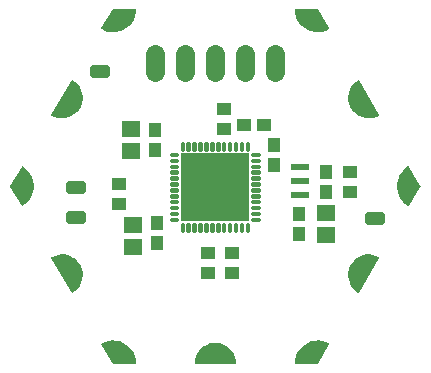
<source format=gbr>
G04 EAGLE Gerber RS-274X export*
G75*
%MOMM*%
%FSLAX34Y34*%
%LPD*%
%INSoldermask Bottom*%
%IPPOS*%
%AMOC8*
5,1,8,0,0,1.08239X$1,22.5*%
G01*
%ADD10R,1.101600X1.201600*%
%ADD11R,1.601600X1.401600*%
%ADD12R,1.201600X1.101600*%
%ADD13C,0.225016*%
%ADD14R,5.801588X5.801588*%
%ADD15R,1.501597X0.501600*%
%ADD16C,0.605878*%
%ADD17C,1.101600*%
%ADD18C,1.625600*%

G36*
X363739Y196217D02*
X363739Y196217D01*
X363768Y196214D01*
X363835Y196236D01*
X363905Y196250D01*
X363929Y196267D01*
X363957Y196276D01*
X364010Y196323D01*
X364069Y196363D01*
X364085Y196387D01*
X364107Y196407D01*
X364138Y196471D01*
X364176Y196530D01*
X364181Y196559D01*
X364193Y196585D01*
X364202Y196685D01*
X364209Y196727D01*
X364206Y196737D01*
X364208Y196751D01*
X363976Y199549D01*
X363966Y199583D01*
X363962Y199631D01*
X363273Y202352D01*
X363258Y202384D01*
X363246Y202430D01*
X362118Y205002D01*
X362098Y205030D01*
X362079Y205074D01*
X360543Y207425D01*
X360519Y207449D01*
X360493Y207490D01*
X358591Y209555D01*
X358563Y209576D01*
X358530Y209611D01*
X356315Y211336D01*
X356284Y211351D01*
X356246Y211381D01*
X353776Y212717D01*
X353743Y212727D01*
X353701Y212750D01*
X352515Y213158D01*
X351061Y213657D01*
X351045Y213662D01*
X351011Y213667D01*
X350965Y213682D01*
X348196Y214144D01*
X348161Y214143D01*
X348114Y214151D01*
X345306Y214151D01*
X345272Y214144D01*
X345224Y214144D01*
X342455Y213682D01*
X342422Y213670D01*
X342375Y213662D01*
X339719Y212750D01*
X339689Y212733D01*
X339644Y212717D01*
X337174Y211381D01*
X337148Y211359D01*
X337105Y211336D01*
X334890Y209611D01*
X334867Y209585D01*
X334829Y209555D01*
X332927Y207490D01*
X332909Y207460D01*
X332877Y207425D01*
X331341Y205074D01*
X331328Y205042D01*
X331302Y205002D01*
X330174Y202430D01*
X330167Y202397D01*
X330164Y202390D01*
X330158Y202381D01*
X330157Y202375D01*
X330147Y202352D01*
X329458Y199631D01*
X329456Y199596D01*
X329444Y199549D01*
X329212Y196751D01*
X329216Y196722D01*
X329211Y196693D01*
X329228Y196624D01*
X329236Y196554D01*
X329250Y196528D01*
X329257Y196500D01*
X329299Y196443D01*
X329334Y196381D01*
X329358Y196363D01*
X329375Y196340D01*
X329436Y196304D01*
X329493Y196261D01*
X329521Y196253D01*
X329546Y196238D01*
X329644Y196222D01*
X329685Y196211D01*
X329696Y196213D01*
X329710Y196211D01*
X363710Y196211D01*
X363739Y196217D01*
G37*
G36*
X225317Y256520D02*
X225317Y256520D01*
X225388Y256517D01*
X225415Y256527D01*
X225444Y256529D01*
X225534Y256571D01*
X225574Y256586D01*
X225582Y256594D01*
X225595Y256600D01*
X227898Y258199D01*
X227922Y258225D01*
X227962Y258252D01*
X229971Y260209D01*
X229990Y260238D01*
X230025Y260271D01*
X231684Y262532D01*
X231699Y262563D01*
X231728Y262602D01*
X232992Y265105D01*
X233001Y265139D01*
X233023Y265182D01*
X233859Y267859D01*
X233862Y267893D01*
X233877Y267939D01*
X234260Y270718D01*
X234258Y270752D01*
X234264Y270800D01*
X234185Y273603D01*
X234177Y273637D01*
X234176Y273685D01*
X233637Y276437D01*
X233623Y276469D01*
X233614Y276517D01*
X232629Y279142D01*
X232614Y279167D01*
X232609Y279187D01*
X232601Y279198D01*
X232594Y279217D01*
X231190Y281645D01*
X231167Y281671D01*
X231143Y281713D01*
X229359Y283876D01*
X229332Y283898D01*
X229301Y283935D01*
X227185Y285776D01*
X227155Y285793D01*
X227119Y285825D01*
X224728Y287292D01*
X224696Y287303D01*
X224655Y287329D01*
X222056Y288382D01*
X222022Y288389D01*
X221977Y288407D01*
X219240Y289018D01*
X219205Y289019D01*
X219158Y289030D01*
X216358Y289182D01*
X216324Y289177D01*
X216276Y289180D01*
X213488Y288870D01*
X213455Y288859D01*
X213407Y288854D01*
X210709Y288089D01*
X210679Y288073D01*
X210632Y288060D01*
X208097Y286861D01*
X208073Y286844D01*
X208046Y286834D01*
X207994Y286785D01*
X207937Y286742D01*
X207923Y286717D01*
X207902Y286697D01*
X207873Y286632D01*
X207837Y286571D01*
X207834Y286542D01*
X207822Y286515D01*
X207821Y286444D01*
X207812Y286373D01*
X207820Y286345D01*
X207820Y286316D01*
X207854Y286223D01*
X207866Y286182D01*
X207873Y286173D01*
X207878Y286160D01*
X224878Y256760D01*
X224897Y256738D01*
X224910Y256712D01*
X224963Y256664D01*
X225010Y256611D01*
X225036Y256599D01*
X225058Y256579D01*
X225125Y256556D01*
X225189Y256526D01*
X225218Y256524D01*
X225246Y256515D01*
X225317Y256520D01*
G37*
G36*
X477096Y404243D02*
X477096Y404243D01*
X477144Y404240D01*
X479932Y404550D01*
X479965Y404561D01*
X480013Y404566D01*
X482711Y405331D01*
X482741Y405347D01*
X482788Y405360D01*
X485323Y406559D01*
X485347Y406576D01*
X485374Y406586D01*
X485426Y406635D01*
X485483Y406678D01*
X485497Y406703D01*
X485519Y406723D01*
X485547Y406788D01*
X485583Y406850D01*
X485586Y406878D01*
X485598Y406905D01*
X485599Y406976D01*
X485608Y407047D01*
X485600Y407075D01*
X485600Y407104D01*
X485566Y407197D01*
X485554Y407238D01*
X485547Y407247D01*
X485542Y407260D01*
X468542Y436660D01*
X468523Y436682D01*
X468510Y436708D01*
X468457Y436756D01*
X468410Y436809D01*
X468384Y436821D01*
X468362Y436841D01*
X468295Y436864D01*
X468231Y436894D01*
X468202Y436896D01*
X468174Y436905D01*
X468103Y436900D01*
X468032Y436903D01*
X468005Y436893D01*
X467976Y436891D01*
X467886Y436849D01*
X467846Y436834D01*
X467838Y436826D01*
X467825Y436820D01*
X465522Y435221D01*
X465498Y435196D01*
X465458Y435168D01*
X463449Y433211D01*
X463430Y433182D01*
X463395Y433149D01*
X461736Y430888D01*
X461721Y430857D01*
X461692Y430818D01*
X460428Y428315D01*
X460419Y428281D01*
X460397Y428238D01*
X459561Y425561D01*
X459558Y425527D01*
X459543Y425481D01*
X459160Y422702D01*
X459162Y422668D01*
X459156Y422620D01*
X459235Y419817D01*
X459243Y419783D01*
X459244Y419735D01*
X459783Y416983D01*
X459797Y416951D01*
X459806Y416903D01*
X460791Y414278D01*
X460809Y414248D01*
X460826Y414203D01*
X462230Y411775D01*
X462253Y411749D01*
X462277Y411708D01*
X464061Y409544D01*
X464088Y409522D01*
X464119Y409485D01*
X466235Y407644D01*
X466265Y407627D01*
X466301Y407596D01*
X468692Y406128D01*
X468724Y406117D01*
X468765Y406091D01*
X471364Y405038D01*
X471398Y405031D01*
X471443Y405013D01*
X474180Y404402D01*
X474215Y404401D01*
X474262Y404390D01*
X477062Y404238D01*
X477096Y404243D01*
G37*
G36*
X468136Y256521D02*
X468136Y256521D01*
X468207Y256520D01*
X468234Y256531D01*
X468263Y256535D01*
X468325Y256569D01*
X468390Y256597D01*
X468411Y256618D01*
X468436Y256632D01*
X468499Y256708D01*
X468529Y256739D01*
X468533Y256749D01*
X468542Y256760D01*
X485542Y286160D01*
X485551Y286188D01*
X485568Y286212D01*
X485583Y286281D01*
X485605Y286349D01*
X485603Y286378D01*
X485609Y286406D01*
X485596Y286476D01*
X485590Y286547D01*
X485577Y286573D01*
X485571Y286601D01*
X485531Y286660D01*
X485499Y286723D01*
X485476Y286742D01*
X485460Y286766D01*
X485378Y286823D01*
X485345Y286850D01*
X485335Y286853D01*
X485323Y286861D01*
X482788Y288060D01*
X482754Y288068D01*
X482711Y288089D01*
X480013Y288854D01*
X479978Y288856D01*
X479932Y288870D01*
X477144Y289180D01*
X477110Y289177D01*
X477062Y289182D01*
X474262Y289030D01*
X474228Y289021D01*
X474180Y289018D01*
X471443Y288407D01*
X471411Y288393D01*
X471364Y288382D01*
X468765Y287329D01*
X468736Y287310D01*
X468692Y287292D01*
X466301Y285825D01*
X466276Y285801D01*
X466235Y285776D01*
X464119Y283935D01*
X464098Y283908D01*
X464061Y283876D01*
X462277Y281713D01*
X462261Y281682D01*
X462230Y281645D01*
X460826Y279217D01*
X460815Y279184D01*
X460808Y279171D01*
X460798Y279157D01*
X460798Y279154D01*
X460791Y279142D01*
X459806Y276517D01*
X459800Y276482D01*
X459783Y276437D01*
X459244Y273685D01*
X459244Y273651D01*
X459235Y273603D01*
X459156Y270800D01*
X459162Y270766D01*
X459160Y270718D01*
X459543Y267939D01*
X459555Y267907D01*
X459561Y267859D01*
X460397Y265182D01*
X460414Y265151D01*
X460428Y265105D01*
X461692Y262602D01*
X461714Y262575D01*
X461736Y262532D01*
X463395Y260271D01*
X463421Y260248D01*
X463449Y260209D01*
X465458Y258252D01*
X465487Y258233D01*
X465522Y258199D01*
X467825Y256600D01*
X467852Y256588D01*
X467875Y256570D01*
X467943Y256549D01*
X468008Y256521D01*
X468037Y256521D01*
X468065Y256513D01*
X468136Y256521D01*
G37*
G36*
X219158Y404390D02*
X219158Y404390D01*
X219192Y404399D01*
X219240Y404402D01*
X221977Y405013D01*
X222009Y405027D01*
X222056Y405038D01*
X224655Y406091D01*
X224684Y406110D01*
X224728Y406128D01*
X227119Y407596D01*
X227144Y407619D01*
X227185Y407644D01*
X229301Y409485D01*
X229322Y409512D01*
X229359Y409544D01*
X231143Y411708D01*
X231159Y411738D01*
X231190Y411775D01*
X232594Y414203D01*
X232605Y414236D01*
X232629Y414278D01*
X233614Y416903D01*
X233620Y416938D01*
X233637Y416983D01*
X234176Y419735D01*
X234176Y419770D01*
X234185Y419817D01*
X234264Y422620D01*
X234259Y422654D01*
X234260Y422702D01*
X233877Y425481D01*
X233865Y425513D01*
X233859Y425561D01*
X233023Y428238D01*
X233006Y428269D01*
X232992Y428315D01*
X231728Y430818D01*
X231706Y430845D01*
X231684Y430888D01*
X230025Y433149D01*
X229999Y433172D01*
X229971Y433211D01*
X227962Y435168D01*
X227933Y435187D01*
X227898Y435221D01*
X225595Y436820D01*
X225568Y436832D01*
X225545Y436850D01*
X225477Y436871D01*
X225412Y436899D01*
X225383Y436899D01*
X225355Y436907D01*
X225284Y436899D01*
X225213Y436900D01*
X225186Y436889D01*
X225157Y436885D01*
X225095Y436851D01*
X225030Y436823D01*
X225009Y436802D01*
X224984Y436788D01*
X224921Y436712D01*
X224891Y436681D01*
X224887Y436671D01*
X224878Y436660D01*
X207878Y407260D01*
X207869Y407232D01*
X207852Y407208D01*
X207837Y407139D01*
X207815Y407071D01*
X207817Y407042D01*
X207811Y407014D01*
X207824Y406944D01*
X207830Y406873D01*
X207843Y406847D01*
X207849Y406819D01*
X207889Y406760D01*
X207921Y406697D01*
X207944Y406678D01*
X207960Y406654D01*
X208042Y406597D01*
X208075Y406570D01*
X208085Y406567D01*
X208097Y406559D01*
X210632Y405360D01*
X210666Y405352D01*
X210709Y405331D01*
X213407Y404566D01*
X213442Y404564D01*
X213488Y404550D01*
X216276Y404240D01*
X216310Y404243D01*
X216358Y404238D01*
X219158Y404390D01*
G37*
G36*
X510437Y329721D02*
X510437Y329721D01*
X510508Y329721D01*
X510535Y329732D01*
X510564Y329735D01*
X510626Y329770D01*
X510691Y329798D01*
X510712Y329818D01*
X510737Y329833D01*
X510800Y329910D01*
X510830Y329940D01*
X510834Y329950D01*
X510843Y329961D01*
X520343Y346461D01*
X520353Y346493D01*
X520362Y346506D01*
X520366Y346530D01*
X520367Y346534D01*
X520398Y346604D01*
X520398Y346628D01*
X520406Y346650D01*
X520400Y346726D01*
X520401Y346803D01*
X520391Y346827D01*
X520390Y346848D01*
X520369Y346887D01*
X520343Y346959D01*
X510843Y363459D01*
X510824Y363481D01*
X510811Y363507D01*
X510758Y363555D01*
X510711Y363608D01*
X510685Y363621D01*
X510664Y363640D01*
X510596Y363663D01*
X510532Y363694D01*
X510503Y363696D01*
X510476Y363705D01*
X510404Y363700D01*
X510333Y363703D01*
X510306Y363693D01*
X510277Y363691D01*
X510187Y363649D01*
X510147Y363634D01*
X510139Y363627D01*
X510126Y363621D01*
X507603Y361879D01*
X507579Y361855D01*
X507541Y361828D01*
X505329Y359704D01*
X505310Y359676D01*
X505276Y359644D01*
X503434Y357193D01*
X503420Y357162D01*
X503391Y357125D01*
X501966Y354410D01*
X501957Y354379D01*
X501941Y354354D01*
X501940Y354346D01*
X501935Y354336D01*
X500964Y351428D01*
X500960Y351394D01*
X500945Y351350D01*
X500453Y348323D01*
X500454Y348289D01*
X500446Y348243D01*
X500446Y345177D01*
X500447Y345173D01*
X500447Y345171D01*
X500453Y345144D01*
X500453Y345097D01*
X500945Y342070D01*
X500957Y342039D01*
X500964Y341992D01*
X501935Y339084D01*
X501952Y339055D01*
X501966Y339010D01*
X503391Y336295D01*
X503413Y336269D01*
X503434Y336227D01*
X505276Y333776D01*
X505301Y333753D01*
X505329Y333716D01*
X507541Y331592D01*
X507569Y331574D01*
X507603Y331541D01*
X510126Y329799D01*
X510153Y329788D01*
X510175Y329769D01*
X510244Y329749D01*
X510309Y329721D01*
X510338Y329721D01*
X510366Y329713D01*
X510437Y329721D01*
G37*
G36*
X183016Y329720D02*
X183016Y329720D01*
X183087Y329717D01*
X183114Y329727D01*
X183143Y329729D01*
X183233Y329771D01*
X183273Y329786D01*
X183281Y329793D01*
X183294Y329799D01*
X185817Y331541D01*
X185841Y331565D01*
X185879Y331592D01*
X188091Y333716D01*
X188110Y333744D01*
X188144Y333776D01*
X189986Y336227D01*
X190000Y336258D01*
X190029Y336295D01*
X191454Y339010D01*
X191463Y339043D01*
X191485Y339084D01*
X192456Y341992D01*
X192460Y342026D01*
X192475Y342070D01*
X192967Y345097D01*
X192966Y345131D01*
X192974Y345177D01*
X192974Y348243D01*
X192967Y348276D01*
X192967Y348323D01*
X192475Y351350D01*
X192463Y351381D01*
X192456Y351428D01*
X191485Y354336D01*
X191472Y354359D01*
X191466Y354384D01*
X191459Y354393D01*
X191454Y354410D01*
X190029Y357125D01*
X190007Y357151D01*
X189986Y357193D01*
X188144Y359644D01*
X188119Y359667D01*
X188091Y359704D01*
X185879Y361828D01*
X185851Y361846D01*
X185817Y361879D01*
X183294Y363621D01*
X183267Y363632D01*
X183245Y363651D01*
X183176Y363671D01*
X183111Y363699D01*
X183082Y363699D01*
X183054Y363707D01*
X182983Y363699D01*
X182912Y363700D01*
X182885Y363688D01*
X182856Y363685D01*
X182794Y363650D01*
X182729Y363622D01*
X182708Y363602D01*
X182683Y363587D01*
X182620Y363510D01*
X182590Y363480D01*
X182586Y363470D01*
X182577Y363459D01*
X173077Y346959D01*
X173053Y346886D01*
X173022Y346816D01*
X173022Y346792D01*
X173014Y346770D01*
X173021Y346694D01*
X173020Y346617D01*
X173029Y346593D01*
X173030Y346572D01*
X173051Y346533D01*
X173070Y346481D01*
X173071Y346475D01*
X173073Y346473D01*
X173077Y346461D01*
X182577Y329961D01*
X182596Y329939D01*
X182609Y329913D01*
X182662Y329865D01*
X182709Y329812D01*
X182735Y329799D01*
X182757Y329780D01*
X182824Y329757D01*
X182888Y329726D01*
X182917Y329725D01*
X182944Y329715D01*
X183016Y329720D01*
G37*
G36*
X433386Y196226D02*
X433386Y196226D01*
X433464Y196235D01*
X433483Y196246D01*
X433505Y196250D01*
X433569Y196294D01*
X433637Y196333D01*
X433653Y196352D01*
X433669Y196363D01*
X433693Y196401D01*
X433743Y196461D01*
X443243Y212961D01*
X443252Y212988D01*
X443268Y213012D01*
X443283Y213082D01*
X443306Y213150D01*
X443303Y213178D01*
X443309Y213206D01*
X443296Y213277D01*
X443290Y213348D01*
X443277Y213373D01*
X443271Y213401D01*
X443231Y213461D01*
X443198Y213524D01*
X443176Y213542D01*
X443160Y213566D01*
X443077Y213624D01*
X443045Y213651D01*
X443034Y213654D01*
X443024Y213661D01*
X440258Y214970D01*
X440225Y214978D01*
X440182Y214998D01*
X437242Y215846D01*
X437208Y215849D01*
X437164Y215862D01*
X434126Y216227D01*
X434092Y216224D01*
X434045Y216230D01*
X430988Y216103D01*
X430955Y216095D01*
X430908Y216094D01*
X427911Y215478D01*
X427880Y215465D01*
X427834Y215456D01*
X424974Y214367D01*
X424946Y214349D01*
X424902Y214333D01*
X422254Y212799D01*
X422228Y212777D01*
X422188Y212754D01*
X419820Y210816D01*
X419798Y210789D01*
X419762Y210760D01*
X417735Y208467D01*
X417719Y208438D01*
X417687Y208403D01*
X416055Y205815D01*
X416043Y205783D01*
X416018Y205744D01*
X414822Y202927D01*
X414815Y202894D01*
X414812Y202887D01*
X414808Y202881D01*
X414807Y202875D01*
X414796Y202851D01*
X414068Y199879D01*
X414066Y199845D01*
X414055Y199800D01*
X413812Y196750D01*
X413816Y196721D01*
X413811Y196693D01*
X413828Y196624D01*
X413836Y196552D01*
X413851Y196528D01*
X413857Y196500D01*
X413900Y196442D01*
X413936Y196380D01*
X413958Y196363D01*
X413975Y196340D01*
X414037Y196303D01*
X414094Y196260D01*
X414122Y196253D01*
X414146Y196238D01*
X414246Y196222D01*
X414287Y196211D01*
X414297Y196213D01*
X414310Y196211D01*
X433310Y196211D01*
X433386Y196226D01*
G37*
G36*
X434079Y477195D02*
X434079Y477195D01*
X434126Y477193D01*
X437164Y477558D01*
X437196Y477569D01*
X437242Y477574D01*
X440182Y478422D01*
X440212Y478438D01*
X440258Y478450D01*
X443024Y479759D01*
X443046Y479776D01*
X443073Y479786D01*
X443125Y479835D01*
X443183Y479878D01*
X443197Y479903D01*
X443218Y479922D01*
X443247Y479988D01*
X443283Y480050D01*
X443286Y480078D01*
X443298Y480104D01*
X443299Y480176D01*
X443308Y480247D01*
X443300Y480274D01*
X443301Y480303D01*
X443265Y480398D01*
X443254Y480438D01*
X443247Y480447D01*
X443243Y480459D01*
X433743Y496959D01*
X433691Y497018D01*
X433645Y497080D01*
X433626Y497091D01*
X433611Y497108D01*
X433541Y497142D01*
X433474Y497182D01*
X433450Y497186D01*
X433432Y497194D01*
X433387Y497196D01*
X433310Y497209D01*
X414310Y497209D01*
X414282Y497204D01*
X414254Y497206D01*
X414186Y497184D01*
X414115Y497170D01*
X414092Y497154D01*
X414065Y497145D01*
X414010Y497098D01*
X413951Y497057D01*
X413936Y497033D01*
X413915Y497015D01*
X413883Y496950D01*
X413844Y496890D01*
X413839Y496862D01*
X413827Y496836D01*
X413818Y496735D01*
X413811Y496693D01*
X413813Y496683D01*
X413812Y496670D01*
X414055Y493620D01*
X414064Y493588D01*
X414068Y493541D01*
X414796Y490569D01*
X414811Y490538D01*
X414822Y490493D01*
X416018Y487676D01*
X416037Y487648D01*
X416055Y487605D01*
X417687Y485017D01*
X417711Y484993D01*
X417735Y484953D01*
X419762Y482660D01*
X419789Y482640D01*
X419820Y482604D01*
X422188Y480666D01*
X422218Y480650D01*
X422254Y480621D01*
X424902Y479088D01*
X424934Y479077D01*
X424974Y479053D01*
X427834Y477965D01*
X427867Y477959D01*
X427911Y477942D01*
X430908Y477326D01*
X430942Y477326D01*
X430988Y477317D01*
X434045Y477190D01*
X434079Y477195D01*
G37*
G36*
X279138Y196216D02*
X279138Y196216D01*
X279166Y196214D01*
X279234Y196236D01*
X279305Y196250D01*
X279328Y196266D01*
X279355Y196275D01*
X279410Y196322D01*
X279469Y196363D01*
X279484Y196387D01*
X279506Y196405D01*
X279537Y196470D01*
X279576Y196530D01*
X279581Y196558D01*
X279593Y196584D01*
X279602Y196685D01*
X279609Y196727D01*
X279607Y196737D01*
X279608Y196750D01*
X279365Y199800D01*
X279356Y199832D01*
X279352Y199879D01*
X278624Y202851D01*
X278609Y202882D01*
X278598Y202927D01*
X277402Y205744D01*
X277383Y205772D01*
X277365Y205815D01*
X275733Y208403D01*
X275709Y208427D01*
X275685Y208467D01*
X273658Y210760D01*
X273631Y210780D01*
X273600Y210816D01*
X271233Y212754D01*
X271202Y212770D01*
X271166Y212799D01*
X268518Y214333D01*
X268486Y214343D01*
X268446Y214367D01*
X265586Y215456D01*
X265553Y215461D01*
X265509Y215478D01*
X262512Y216094D01*
X262478Y216094D01*
X262432Y216103D01*
X259375Y216230D01*
X259341Y216225D01*
X259294Y216227D01*
X256256Y215862D01*
X256224Y215851D01*
X256178Y215846D01*
X253238Y214998D01*
X253208Y214982D01*
X253163Y214970D01*
X250397Y213661D01*
X250374Y213644D01*
X250347Y213634D01*
X250295Y213585D01*
X250237Y213542D01*
X250223Y213517D01*
X250202Y213498D01*
X250173Y213432D01*
X250137Y213370D01*
X250134Y213342D01*
X250122Y213316D01*
X250121Y213244D01*
X250112Y213173D01*
X250120Y213146D01*
X250120Y213117D01*
X250155Y213022D01*
X250166Y212982D01*
X250173Y212973D01*
X250177Y212961D01*
X259677Y196461D01*
X259729Y196403D01*
X259775Y196340D01*
X259794Y196329D01*
X259809Y196312D01*
X259879Y196278D01*
X259946Y196238D01*
X259971Y196234D01*
X259988Y196226D01*
X260033Y196224D01*
X260110Y196211D01*
X279110Y196211D01*
X279138Y196216D01*
G37*
G36*
X262432Y477317D02*
X262432Y477317D01*
X262465Y477325D01*
X262512Y477326D01*
X265509Y477942D01*
X265540Y477955D01*
X265586Y477965D01*
X268446Y479053D01*
X268475Y479071D01*
X268518Y479088D01*
X271166Y480621D01*
X271192Y480643D01*
X271233Y480666D01*
X273600Y482604D01*
X273622Y482631D01*
X273658Y482660D01*
X275685Y484953D01*
X275702Y484982D01*
X275733Y485017D01*
X277365Y487605D01*
X277377Y487637D01*
X277402Y487676D01*
X278598Y490493D01*
X278605Y490526D01*
X278624Y490569D01*
X279352Y493541D01*
X279354Y493575D01*
X279365Y493620D01*
X279608Y496670D01*
X279604Y496699D01*
X279609Y496727D01*
X279592Y496796D01*
X279584Y496868D01*
X279570Y496892D01*
X279563Y496920D01*
X279520Y496978D01*
X279485Y497040D01*
X279462Y497057D01*
X279445Y497080D01*
X279383Y497117D01*
X279326Y497160D01*
X279298Y497167D01*
X279274Y497182D01*
X279174Y497198D01*
X279133Y497209D01*
X279123Y497207D01*
X279110Y497209D01*
X260110Y497209D01*
X260034Y497194D01*
X259956Y497185D01*
X259937Y497174D01*
X259915Y497170D01*
X259851Y497126D01*
X259783Y497087D01*
X259767Y497068D01*
X259751Y497057D01*
X259727Y497019D01*
X259677Y496959D01*
X250177Y480459D01*
X250168Y480432D01*
X250152Y480408D01*
X250137Y480338D01*
X250114Y480270D01*
X250117Y480242D01*
X250111Y480214D01*
X250125Y480144D01*
X250130Y480072D01*
X250143Y480047D01*
X250149Y480019D01*
X250189Y479959D01*
X250222Y479896D01*
X250244Y479878D01*
X250260Y479854D01*
X250343Y479796D01*
X250375Y479769D01*
X250386Y479766D01*
X250397Y479759D01*
X253163Y478450D01*
X253196Y478442D01*
X253238Y478422D01*
X256178Y477574D01*
X256212Y477571D01*
X256256Y477558D01*
X259294Y477193D01*
X259328Y477196D01*
X259375Y477190D01*
X262432Y477317D01*
G37*
D10*
X440690Y342020D03*
X440690Y359020D03*
D11*
X440690Y305460D03*
X440690Y324460D03*
D12*
X265430Y331860D03*
X265430Y348860D03*
D13*
X377819Y373069D02*
X377819Y374335D01*
X383585Y374335D01*
X383585Y373069D01*
X377819Y373069D01*
X377819Y369335D02*
X377819Y368069D01*
X377819Y369335D02*
X383585Y369335D01*
X383585Y368069D01*
X377819Y368069D01*
X377819Y364335D02*
X377819Y363069D01*
X377819Y364335D02*
X383585Y364335D01*
X383585Y363069D01*
X377819Y363069D01*
X377819Y359335D02*
X377819Y358069D01*
X377819Y359335D02*
X383585Y359335D01*
X383585Y358069D01*
X377819Y358069D01*
X377819Y354335D02*
X377819Y353069D01*
X377819Y354335D02*
X383585Y354335D01*
X383585Y353069D01*
X377819Y353069D01*
X377819Y349335D02*
X377819Y348069D01*
X377819Y349335D02*
X383585Y349335D01*
X383585Y348069D01*
X377819Y348069D01*
X377819Y344335D02*
X377819Y343069D01*
X377819Y344335D02*
X383585Y344335D01*
X383585Y343069D01*
X377819Y343069D01*
X377819Y339335D02*
X377819Y338069D01*
X377819Y339335D02*
X383585Y339335D01*
X383585Y338069D01*
X377819Y338069D01*
X377819Y334335D02*
X377819Y333069D01*
X377819Y334335D02*
X383585Y334335D01*
X383585Y333069D01*
X377819Y333069D01*
X377819Y329335D02*
X377819Y328069D01*
X377819Y329335D02*
X383585Y329335D01*
X383585Y328069D01*
X377819Y328069D01*
X377819Y324335D02*
X377819Y323069D01*
X377819Y324335D02*
X383585Y324335D01*
X383585Y323069D01*
X377819Y323069D01*
X377819Y319335D02*
X377819Y318069D01*
X377819Y319335D02*
X383585Y319335D01*
X383585Y318069D01*
X377819Y318069D01*
X374335Y314585D02*
X373069Y314585D01*
X374335Y314585D02*
X374335Y308819D01*
X373069Y308819D01*
X373069Y314585D01*
X373069Y310956D02*
X374335Y310956D01*
X374335Y313093D02*
X373069Y313093D01*
X369335Y314585D02*
X368069Y314585D01*
X369335Y314585D02*
X369335Y308819D01*
X368069Y308819D01*
X368069Y314585D01*
X368069Y310956D02*
X369335Y310956D01*
X369335Y313093D02*
X368069Y313093D01*
X364335Y314585D02*
X363069Y314585D01*
X364335Y314585D02*
X364335Y308819D01*
X363069Y308819D01*
X363069Y314585D01*
X363069Y310956D02*
X364335Y310956D01*
X364335Y313093D02*
X363069Y313093D01*
X359335Y314585D02*
X358069Y314585D01*
X359335Y314585D02*
X359335Y308819D01*
X358069Y308819D01*
X358069Y314585D01*
X358069Y310956D02*
X359335Y310956D01*
X359335Y313093D02*
X358069Y313093D01*
X354335Y314585D02*
X353069Y314585D01*
X354335Y314585D02*
X354335Y308819D01*
X353069Y308819D01*
X353069Y314585D01*
X353069Y310956D02*
X354335Y310956D01*
X354335Y313093D02*
X353069Y313093D01*
X349335Y314585D02*
X348069Y314585D01*
X349335Y314585D02*
X349335Y308819D01*
X348069Y308819D01*
X348069Y314585D01*
X348069Y310956D02*
X349335Y310956D01*
X349335Y313093D02*
X348069Y313093D01*
X344335Y314585D02*
X343069Y314585D01*
X344335Y314585D02*
X344335Y308819D01*
X343069Y308819D01*
X343069Y314585D01*
X343069Y310956D02*
X344335Y310956D01*
X344335Y313093D02*
X343069Y313093D01*
X339335Y314585D02*
X338069Y314585D01*
X339335Y314585D02*
X339335Y308819D01*
X338069Y308819D01*
X338069Y314585D01*
X338069Y310956D02*
X339335Y310956D01*
X339335Y313093D02*
X338069Y313093D01*
X334335Y314585D02*
X333069Y314585D01*
X334335Y314585D02*
X334335Y308819D01*
X333069Y308819D01*
X333069Y314585D01*
X333069Y310956D02*
X334335Y310956D01*
X334335Y313093D02*
X333069Y313093D01*
X329335Y314585D02*
X328069Y314585D01*
X329335Y314585D02*
X329335Y308819D01*
X328069Y308819D01*
X328069Y314585D01*
X328069Y310956D02*
X329335Y310956D01*
X329335Y313093D02*
X328069Y313093D01*
X324335Y314585D02*
X323069Y314585D01*
X324335Y314585D02*
X324335Y308819D01*
X323069Y308819D01*
X323069Y314585D01*
X323069Y310956D02*
X324335Y310956D01*
X324335Y313093D02*
X323069Y313093D01*
X319335Y314585D02*
X318069Y314585D01*
X319335Y314585D02*
X319335Y308819D01*
X318069Y308819D01*
X318069Y314585D01*
X318069Y310956D02*
X319335Y310956D01*
X319335Y313093D02*
X318069Y313093D01*
X314585Y318069D02*
X314585Y319335D01*
X314585Y318069D02*
X308819Y318069D01*
X308819Y319335D01*
X314585Y319335D01*
X314585Y323069D02*
X314585Y324335D01*
X314585Y323069D02*
X308819Y323069D01*
X308819Y324335D01*
X314585Y324335D01*
X314585Y328069D02*
X314585Y329335D01*
X314585Y328069D02*
X308819Y328069D01*
X308819Y329335D01*
X314585Y329335D01*
X314585Y333069D02*
X314585Y334335D01*
X314585Y333069D02*
X308819Y333069D01*
X308819Y334335D01*
X314585Y334335D01*
X314585Y338069D02*
X314585Y339335D01*
X314585Y338069D02*
X308819Y338069D01*
X308819Y339335D01*
X314585Y339335D01*
X314585Y343069D02*
X314585Y344335D01*
X314585Y343069D02*
X308819Y343069D01*
X308819Y344335D01*
X314585Y344335D01*
X314585Y348069D02*
X314585Y349335D01*
X314585Y348069D02*
X308819Y348069D01*
X308819Y349335D01*
X314585Y349335D01*
X314585Y353069D02*
X314585Y354335D01*
X314585Y353069D02*
X308819Y353069D01*
X308819Y354335D01*
X314585Y354335D01*
X314585Y358069D02*
X314585Y359335D01*
X314585Y358069D02*
X308819Y358069D01*
X308819Y359335D01*
X314585Y359335D01*
X314585Y363069D02*
X314585Y364335D01*
X314585Y363069D02*
X308819Y363069D01*
X308819Y364335D01*
X314585Y364335D01*
X314585Y368069D02*
X314585Y369335D01*
X314585Y368069D02*
X308819Y368069D01*
X308819Y369335D01*
X314585Y369335D01*
X314585Y373069D02*
X314585Y374335D01*
X314585Y373069D02*
X308819Y373069D01*
X308819Y374335D01*
X314585Y374335D01*
X318069Y377819D02*
X319335Y377819D01*
X318069Y377819D02*
X318069Y383585D01*
X319335Y383585D01*
X319335Y377819D01*
X319335Y379956D02*
X318069Y379956D01*
X318069Y382093D02*
X319335Y382093D01*
X323069Y377819D02*
X324335Y377819D01*
X323069Y377819D02*
X323069Y383585D01*
X324335Y383585D01*
X324335Y377819D01*
X324335Y379956D02*
X323069Y379956D01*
X323069Y382093D02*
X324335Y382093D01*
X328069Y377819D02*
X329335Y377819D01*
X328069Y377819D02*
X328069Y383585D01*
X329335Y383585D01*
X329335Y377819D01*
X329335Y379956D02*
X328069Y379956D01*
X328069Y382093D02*
X329335Y382093D01*
X333069Y377819D02*
X334335Y377819D01*
X333069Y377819D02*
X333069Y383585D01*
X334335Y383585D01*
X334335Y377819D01*
X334335Y379956D02*
X333069Y379956D01*
X333069Y382093D02*
X334335Y382093D01*
X338069Y377819D02*
X339335Y377819D01*
X338069Y377819D02*
X338069Y383585D01*
X339335Y383585D01*
X339335Y377819D01*
X339335Y379956D02*
X338069Y379956D01*
X338069Y382093D02*
X339335Y382093D01*
X343069Y377819D02*
X344335Y377819D01*
X343069Y377819D02*
X343069Y383585D01*
X344335Y383585D01*
X344335Y377819D01*
X344335Y379956D02*
X343069Y379956D01*
X343069Y382093D02*
X344335Y382093D01*
X348069Y377819D02*
X349335Y377819D01*
X348069Y377819D02*
X348069Y383585D01*
X349335Y383585D01*
X349335Y377819D01*
X349335Y379956D02*
X348069Y379956D01*
X348069Y382093D02*
X349335Y382093D01*
X353069Y377819D02*
X354335Y377819D01*
X353069Y377819D02*
X353069Y383585D01*
X354335Y383585D01*
X354335Y377819D01*
X354335Y379956D02*
X353069Y379956D01*
X353069Y382093D02*
X354335Y382093D01*
X358069Y377819D02*
X359335Y377819D01*
X358069Y377819D02*
X358069Y383585D01*
X359335Y383585D01*
X359335Y377819D01*
X359335Y379956D02*
X358069Y379956D01*
X358069Y382093D02*
X359335Y382093D01*
X363069Y377819D02*
X364335Y377819D01*
X363069Y377819D02*
X363069Y383585D01*
X364335Y383585D01*
X364335Y377819D01*
X364335Y379956D02*
X363069Y379956D01*
X363069Y382093D02*
X364335Y382093D01*
X368069Y377819D02*
X369335Y377819D01*
X368069Y377819D02*
X368069Y383585D01*
X369335Y383585D01*
X369335Y377819D01*
X369335Y379956D02*
X368069Y379956D01*
X368069Y382093D02*
X369335Y382093D01*
X373069Y377819D02*
X374335Y377819D01*
X373069Y377819D02*
X373069Y383585D01*
X374335Y383585D01*
X374335Y377819D01*
X374335Y379956D02*
X373069Y379956D01*
X373069Y382093D02*
X374335Y382093D01*
D14*
X346202Y346202D03*
D15*
X418305Y363010D03*
X418305Y351010D03*
X418305Y339010D03*
D12*
X354330Y412360D03*
X354330Y395360D03*
D11*
X275590Y395580D03*
X275590Y376580D03*
X276860Y295300D03*
X276860Y314300D03*
D10*
X417830Y306460D03*
X417830Y323460D03*
X295910Y394580D03*
X295910Y377580D03*
X297180Y298840D03*
X297180Y315840D03*
D12*
X388230Y398780D03*
X371230Y398780D03*
D10*
X396240Y381880D03*
X396240Y364880D03*
D12*
X461010Y359020D03*
X461010Y342020D03*
D16*
X233571Y318069D02*
X222613Y318069D01*
X222613Y323027D01*
X233571Y323027D01*
X233571Y318069D01*
X233571Y348427D02*
X222613Y348427D01*
X233571Y348427D02*
X233571Y343469D01*
X222613Y343469D01*
X222613Y348427D01*
X243187Y446979D02*
X254145Y446979D01*
X254145Y442021D01*
X243187Y442021D01*
X243187Y446979D01*
X476263Y322722D02*
X487221Y322722D01*
X487221Y317764D01*
X476263Y317764D01*
X476263Y322722D01*
D17*
X429310Y489810D03*
X511910Y346710D03*
X429310Y203610D03*
X264110Y203610D03*
X181510Y346710D03*
X264110Y489810D03*
X470610Y418210D03*
X470610Y275210D03*
X346710Y203610D03*
X222810Y275210D03*
X222810Y418210D03*
D12*
X360680Y273440D03*
X360680Y290440D03*
X340360Y273440D03*
X340360Y290440D03*
D18*
X295910Y443230D02*
X295910Y458470D01*
X321310Y458470D02*
X321310Y443230D01*
X346710Y443230D02*
X346710Y458470D01*
X372110Y458470D02*
X372110Y443230D01*
X397510Y443230D02*
X397510Y458470D01*
M02*

</source>
